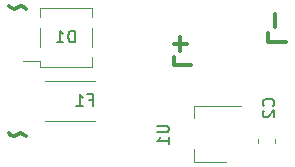
<source format=gbo>
G04 #@! TF.GenerationSoftware,KiCad,Pcbnew,5.0.0-rc1-44a33f2~62~ubuntu16.04.1*
G04 #@! TF.CreationDate,2018-03-20T18:33:33+02:00*
G04 #@! TF.ProjectId,buck_led_driver,6275636B5F6C65645F6472697665722E,rev?*
G04 #@! TF.SameCoordinates,Original*
G04 #@! TF.FileFunction,Legend,Bot*
G04 #@! TF.FilePolarity,Positive*
%FSLAX46Y46*%
G04 Gerber Fmt 4.6, Leading zero omitted, Abs format (unit mm)*
G04 Created by KiCad (PCBNEW 5.0.0-rc1-44a33f2~62~ubuntu16.04.1) date Tue Mar 20 18:33:33 2018*
%MOMM*%
%LPD*%
G01*
G04 APERTURE LIST*
%ADD10C,0.300000*%
%ADD11C,0.120000*%
%ADD12C,0.150000*%
%ADD13C,2.800000*%
%ADD14O,2.600000X2.600000*%
%ADD15R,2.600000X2.600000*%
%ADD16C,2.000000*%
%ADD17R,2.100000X2.100000*%
%ADD18R,2.400000X4.150000*%
%ADD19R,1.900000X1.370000*%
%ADD20R,1.400000X1.200000*%
%ADD21C,1.250000*%
%ADD22C,0.100000*%
%ADD23R,1.900000X1.400000*%
%ADD24R,2.200000X1.400000*%
%ADD25R,2.240000X2.600000*%
%ADD26C,1.400000*%
G04 APERTURE END LIST*
D10*
X151985714Y-83014285D02*
X151842857Y-82871428D01*
X151557142Y-82728571D01*
X150985714Y-83014285D01*
X150700000Y-82871428D01*
X150557142Y-82728571D01*
X151985714Y-93814285D02*
X151842857Y-93671428D01*
X151557142Y-93528571D01*
X150985714Y-93814285D01*
X150700000Y-93671428D01*
X150557142Y-93528571D01*
X172521428Y-85064285D02*
X172521428Y-85778571D01*
X174021428Y-85778571D01*
X173092857Y-84564285D02*
X173092857Y-83421428D01*
X164521428Y-87064285D02*
X164521428Y-87778571D01*
X166021428Y-87778571D01*
X165092857Y-86564285D02*
X165092857Y-85421428D01*
X164521428Y-85992857D02*
X165664285Y-85992857D01*
D11*
X157850000Y-89090000D02*
X153650000Y-89090000D01*
X157850000Y-92510000D02*
X153650000Y-92510000D01*
X171690000Y-94050000D02*
X171690000Y-94350000D01*
X173110000Y-94050000D02*
X173110000Y-94350000D01*
X153200000Y-87900000D02*
X153200000Y-87400000D01*
X153200000Y-87400000D02*
X151800000Y-87400000D01*
X157600000Y-86200000D02*
X157600000Y-84600000D01*
X153200000Y-86200000D02*
X153200000Y-84600000D01*
X157600000Y-87100000D02*
X157600000Y-87900000D01*
X157600000Y-87900000D02*
X153200000Y-87900000D01*
X157600000Y-83700000D02*
X157600000Y-82900000D01*
X157600000Y-82900000D02*
X153200000Y-82900000D01*
X153200000Y-82900000D02*
X153200000Y-83700000D01*
X166220000Y-94800000D02*
X166220000Y-96000000D01*
X166220000Y-96000000D02*
X168920000Y-96000000D01*
X170220000Y-91200000D02*
X166220000Y-91200000D01*
X166220000Y-91200000D02*
X166220000Y-92400000D01*
D12*
X157333333Y-90728571D02*
X157666666Y-90728571D01*
X157666666Y-91252380D02*
X157666666Y-90252380D01*
X157190476Y-90252380D01*
X156285714Y-91252380D02*
X156857142Y-91252380D01*
X156571428Y-91252380D02*
X156571428Y-90252380D01*
X156666666Y-90395238D01*
X156761904Y-90490476D01*
X156857142Y-90538095D01*
X172957142Y-91233333D02*
X173004761Y-91185714D01*
X173052380Y-91042857D01*
X173052380Y-90947619D01*
X173004761Y-90804761D01*
X172909523Y-90709523D01*
X172814285Y-90661904D01*
X172623809Y-90614285D01*
X172480952Y-90614285D01*
X172290476Y-90661904D01*
X172195238Y-90709523D01*
X172100000Y-90804761D01*
X172052380Y-90947619D01*
X172052380Y-91042857D01*
X172100000Y-91185714D01*
X172147619Y-91233333D01*
X172147619Y-91614285D02*
X172100000Y-91661904D01*
X172052380Y-91757142D01*
X172052380Y-91995238D01*
X172100000Y-92090476D01*
X172147619Y-92138095D01*
X172242857Y-92185714D01*
X172338095Y-92185714D01*
X172480952Y-92138095D01*
X173052380Y-91566666D01*
X173052380Y-92185714D01*
X156138095Y-85852380D02*
X156138095Y-84852380D01*
X155900000Y-84852380D01*
X155757142Y-84900000D01*
X155661904Y-84995238D01*
X155614285Y-85090476D01*
X155566666Y-85280952D01*
X155566666Y-85423809D01*
X155614285Y-85614285D01*
X155661904Y-85709523D01*
X155757142Y-85804761D01*
X155900000Y-85852380D01*
X156138095Y-85852380D01*
X154614285Y-85852380D02*
X155185714Y-85852380D01*
X154900000Y-85852380D02*
X154900000Y-84852380D01*
X154995238Y-84995238D01*
X155090476Y-85090476D01*
X155185714Y-85138095D01*
X163102380Y-92888095D02*
X163911904Y-92888095D01*
X164007142Y-92935714D01*
X164054761Y-92983333D01*
X164102380Y-93078571D01*
X164102380Y-93269047D01*
X164054761Y-93364285D01*
X164007142Y-93411904D01*
X163911904Y-93459523D01*
X163102380Y-93459523D01*
X164102380Y-94459523D02*
X164102380Y-93888095D01*
X164102380Y-94173809D02*
X163102380Y-94173809D01*
X163245238Y-94078571D01*
X163340476Y-93983333D01*
X163388095Y-93888095D01*
%LPC*%
D13*
X169000000Y-82250000D03*
X169000000Y-87250000D03*
D14*
X161400000Y-95200000D03*
D15*
X161400000Y-84200000D03*
D16*
X155000000Y-81500000D03*
X155000000Y-95500000D03*
D17*
X151200000Y-81200000D03*
X151200000Y-95500000D03*
D18*
X160005000Y-90800000D03*
X151500000Y-90800000D03*
D19*
X172400000Y-93245000D03*
X172400000Y-95155000D03*
D20*
X152325000Y-86670000D03*
X152325000Y-84130000D03*
X158475000Y-84130000D03*
X158475000Y-86670000D03*
D17*
X165000000Y-83750000D03*
X173250000Y-81750000D03*
D21*
X165333000Y-93600000D03*
D22*
G36*
X164708000Y-92996368D02*
X165958000Y-92114016D01*
X165958000Y-95085984D01*
X164708000Y-94203632D01*
X164708000Y-92996368D01*
X164708000Y-92996368D01*
G37*
D23*
X169480000Y-92100000D03*
D24*
X169333500Y-93600000D03*
D23*
X169480000Y-95100000D03*
D25*
X166666500Y-93600000D03*
D26*
X168076200Y-93600000D03*
D22*
G36*
X168776200Y-94104131D02*
X167376200Y-95084131D01*
X167376200Y-92115869D01*
X168776200Y-93095869D01*
X168776200Y-94104131D01*
X168776200Y-94104131D01*
G37*
D16*
X157250000Y-81250000D03*
X162250000Y-81250000D03*
M02*

</source>
